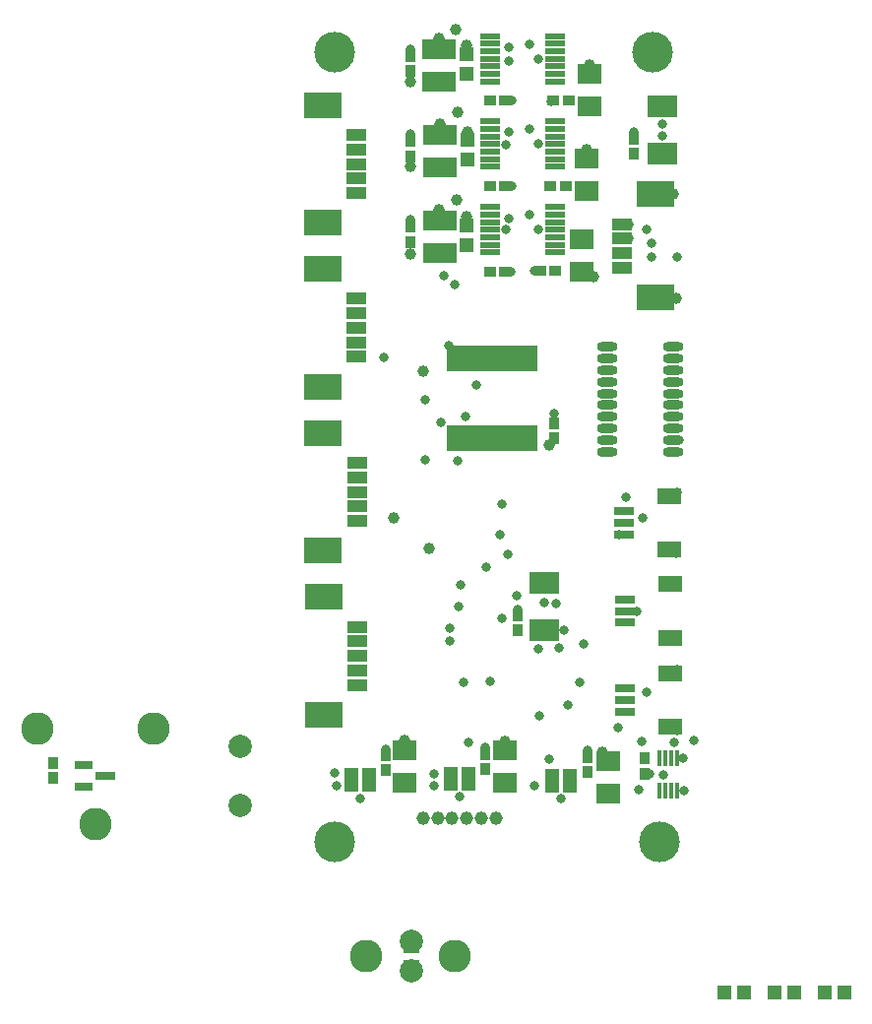
<source format=gts>
G04 Layer_Color=8388736*
%FSLAX25Y25*%
%MOIN*%
G70*
G01*
G75*
%ADD45R,0.05131X0.04737*%
%ADD46R,0.03556X0.04343*%
%ADD47R,0.02500X0.08900*%
%ADD48R,0.12611X0.09068*%
%ADD49R,0.07099X0.03950*%
%ADD50R,0.01800X0.05400*%
%ADD51R,0.02100X0.07800*%
%ADD52R,0.06706X0.03162*%
%ADD53R,0.07887X0.05524*%
%ADD54R,0.06000X0.03000*%
%ADD55R,0.07050X0.03000*%
%ADD56R,0.06600X0.02200*%
%ADD57R,0.07887X0.07099*%
%ADD58R,0.04343X0.03556*%
%ADD59R,0.11430X0.07099*%
%ADD60R,0.04737X0.05131*%
%ADD61R,0.02178X0.07887*%
%ADD62R,0.02572X0.01981*%
%ADD63O,0.07099X0.03162*%
%ADD64R,0.05700X0.04000*%
%ADD65C,0.04535*%
%ADD66C,0.11036*%
%ADD67C,0.13800*%
%ADD68C,0.03162*%
%ADD69C,0.03950*%
%ADD70C,0.07887*%
D45*
X745653Y74200D02*
D03*
X752347D02*
D03*
X728653D02*
D03*
X735347D02*
D03*
X711654D02*
D03*
X718347D02*
D03*
D46*
X630700Y149841D02*
D03*
Y154959D02*
D03*
X597000Y154559D02*
D03*
Y149441D02*
D03*
X641700Y201859D02*
D03*
Y196741D02*
D03*
X684700Y153459D02*
D03*
Y148341D02*
D03*
X605500Y386141D02*
D03*
Y391259D02*
D03*
Y357341D02*
D03*
Y362459D02*
D03*
Y328341D02*
D03*
Y333459D02*
D03*
X654100Y261941D02*
D03*
Y267059D02*
D03*
X681000Y363259D02*
D03*
Y358141D02*
D03*
X665500Y148841D02*
D03*
Y153959D02*
D03*
X484400Y146941D02*
D03*
Y152059D02*
D03*
D47*
X647159Y289000D02*
D03*
X644600D02*
D03*
X642041D02*
D03*
X639482D02*
D03*
X636923D02*
D03*
X634364D02*
D03*
X631805D02*
D03*
X629246D02*
D03*
X626687D02*
D03*
X624128D02*
D03*
X621568D02*
D03*
X619009D02*
D03*
Y262000D02*
D03*
X621568D02*
D03*
X624128D02*
D03*
X626687D02*
D03*
X629246D02*
D03*
X631805D02*
D03*
X634364D02*
D03*
X636923D02*
D03*
X639482D02*
D03*
X642041D02*
D03*
X644600D02*
D03*
X647159D02*
D03*
D48*
X575705Y334818D02*
D03*
Y374582D02*
D03*
X575705Y279397D02*
D03*
Y319161D02*
D03*
X575883Y223818D02*
D03*
Y263582D02*
D03*
X576083Y168318D02*
D03*
Y208082D02*
D03*
X688600Y344443D02*
D03*
Y309600D02*
D03*
D49*
X587122Y344858D02*
D03*
Y349779D02*
D03*
Y354700D02*
D03*
Y359621D02*
D03*
Y364543D02*
D03*
X587122Y289436D02*
D03*
Y294357D02*
D03*
Y299279D02*
D03*
Y304200D02*
D03*
Y309121D02*
D03*
X587300Y233857D02*
D03*
Y238779D02*
D03*
Y243700D02*
D03*
Y248621D02*
D03*
Y253542D02*
D03*
X587500Y178358D02*
D03*
Y183279D02*
D03*
Y188200D02*
D03*
Y193121D02*
D03*
Y198043D02*
D03*
X677183Y334403D02*
D03*
Y329482D02*
D03*
Y324561D02*
D03*
Y319639D02*
D03*
D50*
X689763Y142700D02*
D03*
X691732D02*
D03*
X693700D02*
D03*
X695669D02*
D03*
Y153500D02*
D03*
X693700D02*
D03*
X691732D02*
D03*
X689763D02*
D03*
D51*
X654705Y212900D02*
D03*
X652737D02*
D03*
X650769D02*
D03*
X648800D02*
D03*
X646832D02*
D03*
Y196800D02*
D03*
X648800D02*
D03*
X650769D02*
D03*
X652737D02*
D03*
X654705D02*
D03*
X694805Y374400D02*
D03*
X692837D02*
D03*
X690869D02*
D03*
X688900D02*
D03*
X686932D02*
D03*
Y358300D02*
D03*
X688900D02*
D03*
X690869D02*
D03*
X692837D02*
D03*
X694805D02*
D03*
D52*
X677946Y169308D02*
D03*
Y173245D02*
D03*
Y177182D02*
D03*
Y199418D02*
D03*
Y203355D02*
D03*
Y207292D02*
D03*
X677846Y229318D02*
D03*
Y233255D02*
D03*
Y237192D02*
D03*
D53*
X693300Y182300D02*
D03*
Y164190D02*
D03*
Y212410D02*
D03*
Y194300D02*
D03*
X693200Y242310D02*
D03*
Y224200D02*
D03*
D54*
X494746Y151271D02*
D03*
Y143791D02*
D03*
D55*
X502221Y147531D02*
D03*
D56*
X632300Y397977D02*
D03*
Y395418D02*
D03*
Y392859D02*
D03*
Y390300D02*
D03*
Y387741D02*
D03*
Y385182D02*
D03*
Y382623D02*
D03*
X654500Y382623D02*
D03*
Y385182D02*
D03*
Y387741D02*
D03*
Y390300D02*
D03*
Y392859D02*
D03*
Y395418D02*
D03*
Y397977D02*
D03*
X632302Y369159D02*
D03*
Y366600D02*
D03*
Y364041D02*
D03*
Y361482D02*
D03*
Y358923D02*
D03*
Y356364D02*
D03*
Y353805D02*
D03*
X654502Y353805D02*
D03*
Y356364D02*
D03*
Y358923D02*
D03*
Y361482D02*
D03*
Y364041D02*
D03*
Y366600D02*
D03*
Y369159D02*
D03*
X632302Y340159D02*
D03*
Y337600D02*
D03*
Y335041D02*
D03*
Y332482D02*
D03*
Y329923D02*
D03*
Y327364D02*
D03*
Y324805D02*
D03*
X654502Y324805D02*
D03*
Y327364D02*
D03*
Y329923D02*
D03*
Y332482D02*
D03*
Y335041D02*
D03*
Y337600D02*
D03*
Y340159D02*
D03*
D57*
X603500Y145288D02*
D03*
Y156312D02*
D03*
X637500Y156212D02*
D03*
Y145188D02*
D03*
X672600Y152612D02*
D03*
Y141588D02*
D03*
X666100Y374288D02*
D03*
Y385312D02*
D03*
X665100Y345488D02*
D03*
Y356512D02*
D03*
X663500Y329212D02*
D03*
Y318188D02*
D03*
D58*
X632341Y376100D02*
D03*
X637459D02*
D03*
X632341Y347300D02*
D03*
X637459D02*
D03*
X632341Y318200D02*
D03*
X637459D02*
D03*
X653841Y376100D02*
D03*
X658959D02*
D03*
X652841Y347100D02*
D03*
X657959D02*
D03*
X649441Y318600D02*
D03*
X654559D02*
D03*
D59*
X615200Y382488D02*
D03*
Y393512D02*
D03*
X615498Y353488D02*
D03*
Y364512D02*
D03*
X615298Y324688D02*
D03*
Y335712D02*
D03*
D60*
X624400Y385353D02*
D03*
Y392046D02*
D03*
X624798Y356153D02*
D03*
Y362846D02*
D03*
X624500Y327354D02*
D03*
Y334047D02*
D03*
D61*
X658200Y146000D02*
D03*
X654853D02*
D03*
X623700Y146600D02*
D03*
X620354D02*
D03*
X590100Y146300D02*
D03*
X586754D02*
D03*
D62*
X660562Y143047D02*
D03*
Y145016D02*
D03*
Y146984D02*
D03*
Y148953D02*
D03*
X652491Y143047D02*
D03*
Y145016D02*
D03*
Y146984D02*
D03*
Y148953D02*
D03*
X626062Y143647D02*
D03*
Y145616D02*
D03*
Y147584D02*
D03*
Y149553D02*
D03*
X617991Y143647D02*
D03*
Y145616D02*
D03*
Y147584D02*
D03*
Y149553D02*
D03*
X592462Y143347D02*
D03*
Y145316D02*
D03*
Y147284D02*
D03*
Y149253D02*
D03*
X584391Y143347D02*
D03*
Y145316D02*
D03*
Y147284D02*
D03*
Y149253D02*
D03*
D63*
X672002Y257341D02*
D03*
Y261278D02*
D03*
Y265215D02*
D03*
Y269152D02*
D03*
Y273089D02*
D03*
Y277026D02*
D03*
Y280963D02*
D03*
Y284900D02*
D03*
Y288837D02*
D03*
Y292774D02*
D03*
X694443D02*
D03*
Y288837D02*
D03*
Y284900D02*
D03*
Y280963D02*
D03*
Y277026D02*
D03*
Y273089D02*
D03*
Y269152D02*
D03*
Y265215D02*
D03*
Y261278D02*
D03*
Y257341D02*
D03*
D64*
X605862Y83300D02*
D03*
Y89600D02*
D03*
D65*
X619579Y133300D02*
D03*
X629421D02*
D03*
X609736D02*
D03*
X624500D02*
D03*
X634342D02*
D03*
X614657D02*
D03*
D66*
X498675Y131230D02*
D03*
X518360Y163710D02*
D03*
X478990D02*
D03*
X620472Y86614D02*
D03*
X590551D02*
D03*
D67*
X579800Y392700D02*
D03*
X687500D02*
D03*
X579800Y125200D02*
D03*
X689800D02*
D03*
D68*
X625000Y158800D02*
D03*
X623500Y179100D02*
D03*
X632600Y179700D02*
D03*
X622400Y212400D02*
D03*
X635900Y229300D02*
D03*
X682800Y142800D02*
D03*
X686500Y148100D02*
D03*
X697900Y153500D02*
D03*
X675800Y163900D02*
D03*
X649100Y168000D02*
D03*
X658800Y171600D02*
D03*
X621900Y204800D02*
D03*
X694900Y158800D02*
D03*
X662700Y179200D02*
D03*
X683700Y159400D02*
D03*
X691000Y148000D02*
D03*
X701300Y159600D02*
D03*
X698200Y142700D02*
D03*
X687000Y323100D02*
D03*
X695900D02*
D03*
X687100Y327900D02*
D03*
X685500Y332500D02*
D03*
X580400Y144400D02*
D03*
X579800Y148500D02*
D03*
X588500Y139800D02*
D03*
X637500Y145188D02*
D03*
X605500Y335800D02*
D03*
X638900Y336400D02*
D03*
X605500Y364800D02*
D03*
X637900Y361400D02*
D03*
X638800Y365600D02*
D03*
X605500Y393500D02*
D03*
X638800Y389600D02*
D03*
X638700Y394300D02*
D03*
X637800Y332500D02*
D03*
X684100Y234800D02*
D03*
X682000Y203400D02*
D03*
X641700Y203900D02*
D03*
X654800Y206000D02*
D03*
X641500Y208700D02*
D03*
X657600Y196800D02*
D03*
X665500Y148841D02*
D03*
X630700Y149841D02*
D03*
X648900Y190700D02*
D03*
X655700Y190900D02*
D03*
X685400Y175900D02*
D03*
X695800Y162900D02*
D03*
Y183600D02*
D03*
X695700Y193100D02*
D03*
Y213700D02*
D03*
Y243600D02*
D03*
X695600Y223000D02*
D03*
X650800Y206100D02*
D03*
X636600Y239700D02*
D03*
X621600Y254400D02*
D03*
X627700Y279800D02*
D03*
X681000Y365500D02*
D03*
X587122Y344858D02*
D03*
X610472Y254728D02*
D03*
X624200Y269300D02*
D03*
X615900Y267300D02*
D03*
X639700Y347300D02*
D03*
X639600Y318200D02*
D03*
X647300Y318600D02*
D03*
X639700Y376100D02*
D03*
X597000Y149441D02*
D03*
Y156700D02*
D03*
X630700Y157200D02*
D03*
X665600Y156200D02*
D03*
X596300Y289400D02*
D03*
X618600Y293300D02*
D03*
X654100Y270200D02*
D03*
X648913Y361500D02*
D03*
Y390300D02*
D03*
X645669Y395400D02*
D03*
Y366600D02*
D03*
X652841Y347100D02*
D03*
X690900Y364400D02*
D03*
Y368400D02*
D03*
X618800Y197600D02*
D03*
X618700Y193100D02*
D03*
X638500Y222700D02*
D03*
X696402Y261278D02*
D03*
X616800Y317000D02*
D03*
X620300Y314000D02*
D03*
X679300Y329500D02*
D03*
Y334400D02*
D03*
X648913Y332500D02*
D03*
X645669Y337600D02*
D03*
X653000Y376000D02*
D03*
X676100Y229300D02*
D03*
X613300Y144300D02*
D03*
X613500Y148400D02*
D03*
X647600Y144100D02*
D03*
X652300Y153400D02*
D03*
X622000Y140600D02*
D03*
X656600Y139800D02*
D03*
X610500Y274800D02*
D03*
X631000Y218400D02*
D03*
X636300Y200800D02*
D03*
X664189Y192400D02*
D03*
X678400Y241800D02*
D03*
D69*
X670300Y155600D02*
D03*
X615000Y339400D02*
D03*
X621200Y342700D02*
D03*
X621600Y372100D02*
D03*
X620800Y400100D02*
D03*
X624500Y336900D02*
D03*
X587122Y359621D02*
D03*
Y364543D02*
D03*
X587122Y309121D02*
D03*
Y304200D02*
D03*
X587300Y253542D02*
D03*
Y248621D02*
D03*
X587500Y198043D02*
D03*
Y193121D02*
D03*
Y188200D02*
D03*
X615500Y368300D02*
D03*
X624700Y365700D02*
D03*
X615100Y397300D02*
D03*
X624400Y394900D02*
D03*
X637500Y159400D02*
D03*
X603600Y159600D02*
D03*
X605500Y324400D02*
D03*
Y353800D02*
D03*
Y382500D02*
D03*
X652300Y259500D02*
D03*
X609800Y284700D02*
D03*
X667500Y316600D02*
D03*
X665100Y359500D02*
D03*
X694600Y344600D02*
D03*
X695600Y309400D02*
D03*
X599900Y234900D02*
D03*
X611700Y224700D02*
D03*
X666100Y388200D02*
D03*
D70*
X547932Y157529D02*
D03*
Y137529D02*
D03*
X605862Y91614D02*
D03*
Y81614D02*
D03*
M02*

</source>
